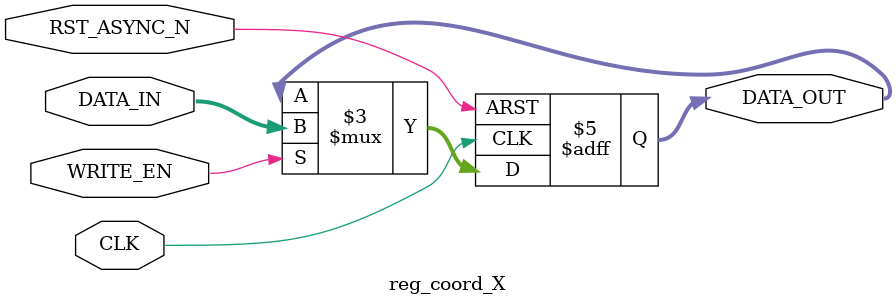
<source format=v>
/*-----------------------------------------------------------------------------------
* File: reg_coord_X.v
* Date generated: 25/03/2023
* Date modified: 10/05/2023
* Author: Bruna Suemi Nagai
* Description: Stores the upper-left (first) horizontal coordenate component of the block of pixels
*----------------------------------------------------------------------------------- */

module reg_coord_X (
    CLK,
    RST_ASYNC_N, 
    WRITE_EN,
    DATA_IN,  
    DATA_OUT
);


// ------------------------------------------
// IO declaration
// ------------------------------------------
    input CLK;                              // Clock
    input RST_ASYNC_N;						// Asynchronous reset
    input WRITE_EN;							// Enables writing
    input signed [7:0] DATA_IN;			// Data in
    output reg signed [7:0] DATA_OUT;	    // Data out
    

// ------------------------------------------
// Sequential logic
// ------------------------------------------
always @(posedge CLK, negedge RST_ASYNC_N) begin
if (!RST_ASYNC_N)                        // If rst async is low
    begin
            DATA_OUT <= 8'b0;
    end
    
    else if (WRITE_EN) 		 			    // If write enable is high
    begin
        DATA_OUT <= DATA_IN; 			    // Write data to the register at the specified address
    end 
end

endmodule // reg_coord_X
    
</source>
